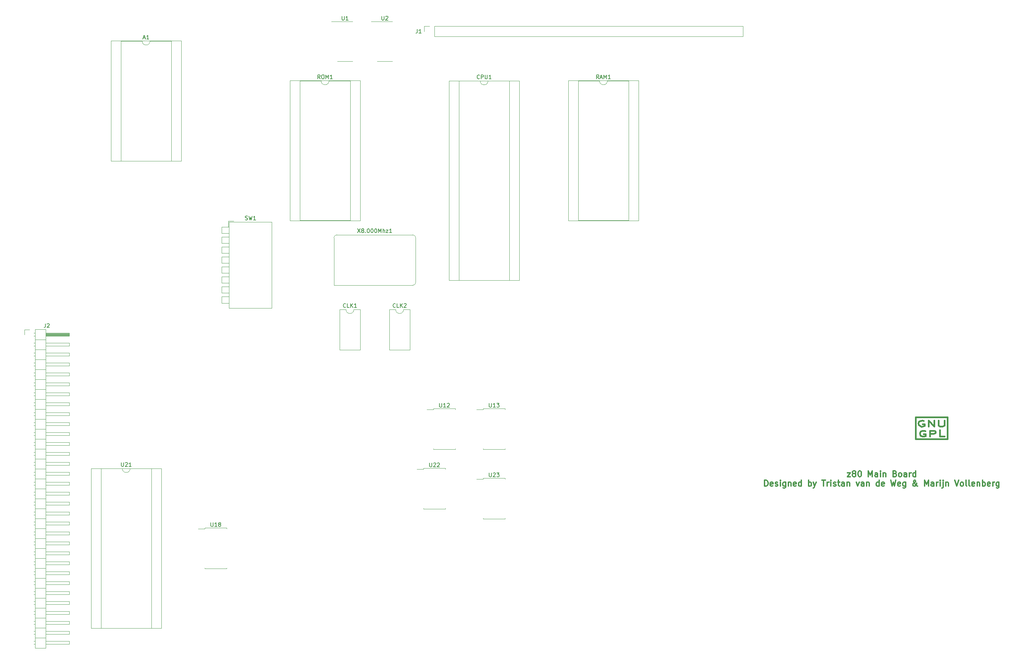
<source format=gbr>
%TF.GenerationSoftware,KiCad,Pcbnew,(6.0.2)*%
%TF.CreationDate,2022-02-20T21:17:01+01:00*%
%TF.ProjectId,z80,7a38302e-6b69-4636-9164-5f7063625858,rev?*%
%TF.SameCoordinates,Original*%
%TF.FileFunction,Legend,Top*%
%TF.FilePolarity,Positive*%
%FSLAX46Y46*%
G04 Gerber Fmt 4.6, Leading zero omitted, Abs format (unit mm)*
G04 Created by KiCad (PCBNEW (6.0.2)) date 2022-02-20 21:17:01*
%MOMM*%
%LPD*%
G01*
G04 APERTURE LIST*
%ADD10C,0.300000*%
%ADD11C,0.150000*%
%ADD12C,0.120000*%
%ADD13C,0.381000*%
G04 APERTURE END LIST*
D10*
X232514285Y-150871071D02*
X233300000Y-150871071D01*
X232514285Y-151871071D01*
X233300000Y-151871071D01*
X234085714Y-151013928D02*
X233942857Y-150942500D01*
X233871428Y-150871071D01*
X233800000Y-150728214D01*
X233800000Y-150656785D01*
X233871428Y-150513928D01*
X233942857Y-150442500D01*
X234085714Y-150371071D01*
X234371428Y-150371071D01*
X234514285Y-150442500D01*
X234585714Y-150513928D01*
X234657142Y-150656785D01*
X234657142Y-150728214D01*
X234585714Y-150871071D01*
X234514285Y-150942500D01*
X234371428Y-151013928D01*
X234085714Y-151013928D01*
X233942857Y-151085357D01*
X233871428Y-151156785D01*
X233800000Y-151299642D01*
X233800000Y-151585357D01*
X233871428Y-151728214D01*
X233942857Y-151799642D01*
X234085714Y-151871071D01*
X234371428Y-151871071D01*
X234514285Y-151799642D01*
X234585714Y-151728214D01*
X234657142Y-151585357D01*
X234657142Y-151299642D01*
X234585714Y-151156785D01*
X234514285Y-151085357D01*
X234371428Y-151013928D01*
X235585714Y-150371071D02*
X235728571Y-150371071D01*
X235871428Y-150442500D01*
X235942857Y-150513928D01*
X236014285Y-150656785D01*
X236085714Y-150942500D01*
X236085714Y-151299642D01*
X236014285Y-151585357D01*
X235942857Y-151728214D01*
X235871428Y-151799642D01*
X235728571Y-151871071D01*
X235585714Y-151871071D01*
X235442857Y-151799642D01*
X235371428Y-151728214D01*
X235300000Y-151585357D01*
X235228571Y-151299642D01*
X235228571Y-150942500D01*
X235300000Y-150656785D01*
X235371428Y-150513928D01*
X235442857Y-150442500D01*
X235585714Y-150371071D01*
X237871428Y-151871071D02*
X237871428Y-150371071D01*
X238371428Y-151442500D01*
X238871428Y-150371071D01*
X238871428Y-151871071D01*
X240228571Y-151871071D02*
X240228571Y-151085357D01*
X240157142Y-150942500D01*
X240014285Y-150871071D01*
X239728571Y-150871071D01*
X239585714Y-150942500D01*
X240228571Y-151799642D02*
X240085714Y-151871071D01*
X239728571Y-151871071D01*
X239585714Y-151799642D01*
X239514285Y-151656785D01*
X239514285Y-151513928D01*
X239585714Y-151371071D01*
X239728571Y-151299642D01*
X240085714Y-151299642D01*
X240228571Y-151228214D01*
X240942857Y-151871071D02*
X240942857Y-150871071D01*
X240942857Y-150371071D02*
X240871428Y-150442500D01*
X240942857Y-150513928D01*
X241014285Y-150442500D01*
X240942857Y-150371071D01*
X240942857Y-150513928D01*
X241657142Y-150871071D02*
X241657142Y-151871071D01*
X241657142Y-151013928D02*
X241728571Y-150942500D01*
X241871428Y-150871071D01*
X242085714Y-150871071D01*
X242228571Y-150942500D01*
X242300000Y-151085357D01*
X242300000Y-151871071D01*
X244657142Y-151085357D02*
X244871428Y-151156785D01*
X244942857Y-151228214D01*
X245014285Y-151371071D01*
X245014285Y-151585357D01*
X244942857Y-151728214D01*
X244871428Y-151799642D01*
X244728571Y-151871071D01*
X244157142Y-151871071D01*
X244157142Y-150371071D01*
X244657142Y-150371071D01*
X244800000Y-150442500D01*
X244871428Y-150513928D01*
X244942857Y-150656785D01*
X244942857Y-150799642D01*
X244871428Y-150942500D01*
X244800000Y-151013928D01*
X244657142Y-151085357D01*
X244157142Y-151085357D01*
X245871428Y-151871071D02*
X245728571Y-151799642D01*
X245657142Y-151728214D01*
X245585714Y-151585357D01*
X245585714Y-151156785D01*
X245657142Y-151013928D01*
X245728571Y-150942500D01*
X245871428Y-150871071D01*
X246085714Y-150871071D01*
X246228571Y-150942500D01*
X246300000Y-151013928D01*
X246371428Y-151156785D01*
X246371428Y-151585357D01*
X246300000Y-151728214D01*
X246228571Y-151799642D01*
X246085714Y-151871071D01*
X245871428Y-151871071D01*
X247657142Y-151871071D02*
X247657142Y-151085357D01*
X247585714Y-150942500D01*
X247442857Y-150871071D01*
X247157142Y-150871071D01*
X247014285Y-150942500D01*
X247657142Y-151799642D02*
X247514285Y-151871071D01*
X247157142Y-151871071D01*
X247014285Y-151799642D01*
X246942857Y-151656785D01*
X246942857Y-151513928D01*
X247014285Y-151371071D01*
X247157142Y-151299642D01*
X247514285Y-151299642D01*
X247657142Y-151228214D01*
X248371428Y-151871071D02*
X248371428Y-150871071D01*
X248371428Y-151156785D02*
X248442857Y-151013928D01*
X248514285Y-150942500D01*
X248657142Y-150871071D01*
X248800000Y-150871071D01*
X249942857Y-151871071D02*
X249942857Y-150371071D01*
X249942857Y-151799642D02*
X249800000Y-151871071D01*
X249514285Y-151871071D01*
X249371428Y-151799642D01*
X249300000Y-151728214D01*
X249228571Y-151585357D01*
X249228571Y-151156785D01*
X249300000Y-151013928D01*
X249371428Y-150942500D01*
X249514285Y-150871071D01*
X249800000Y-150871071D01*
X249942857Y-150942500D01*
X211371428Y-154286071D02*
X211371428Y-152786071D01*
X211728571Y-152786071D01*
X211942857Y-152857500D01*
X212085714Y-153000357D01*
X212157142Y-153143214D01*
X212228571Y-153428928D01*
X212228571Y-153643214D01*
X212157142Y-153928928D01*
X212085714Y-154071785D01*
X211942857Y-154214642D01*
X211728571Y-154286071D01*
X211371428Y-154286071D01*
X213442857Y-154214642D02*
X213300000Y-154286071D01*
X213014285Y-154286071D01*
X212871428Y-154214642D01*
X212800000Y-154071785D01*
X212800000Y-153500357D01*
X212871428Y-153357500D01*
X213014285Y-153286071D01*
X213300000Y-153286071D01*
X213442857Y-153357500D01*
X213514285Y-153500357D01*
X213514285Y-153643214D01*
X212800000Y-153786071D01*
X214085714Y-154214642D02*
X214228571Y-154286071D01*
X214514285Y-154286071D01*
X214657142Y-154214642D01*
X214728571Y-154071785D01*
X214728571Y-154000357D01*
X214657142Y-153857500D01*
X214514285Y-153786071D01*
X214300000Y-153786071D01*
X214157142Y-153714642D01*
X214085714Y-153571785D01*
X214085714Y-153500357D01*
X214157142Y-153357500D01*
X214300000Y-153286071D01*
X214514285Y-153286071D01*
X214657142Y-153357500D01*
X215371428Y-154286071D02*
X215371428Y-153286071D01*
X215371428Y-152786071D02*
X215300000Y-152857500D01*
X215371428Y-152928928D01*
X215442857Y-152857500D01*
X215371428Y-152786071D01*
X215371428Y-152928928D01*
X216728571Y-153286071D02*
X216728571Y-154500357D01*
X216657142Y-154643214D01*
X216585714Y-154714642D01*
X216442857Y-154786071D01*
X216228571Y-154786071D01*
X216085714Y-154714642D01*
X216728571Y-154214642D02*
X216585714Y-154286071D01*
X216300000Y-154286071D01*
X216157142Y-154214642D01*
X216085714Y-154143214D01*
X216014285Y-154000357D01*
X216014285Y-153571785D01*
X216085714Y-153428928D01*
X216157142Y-153357500D01*
X216300000Y-153286071D01*
X216585714Y-153286071D01*
X216728571Y-153357500D01*
X217442857Y-153286071D02*
X217442857Y-154286071D01*
X217442857Y-153428928D02*
X217514285Y-153357500D01*
X217657142Y-153286071D01*
X217871428Y-153286071D01*
X218014285Y-153357500D01*
X218085714Y-153500357D01*
X218085714Y-154286071D01*
X219371428Y-154214642D02*
X219228571Y-154286071D01*
X218942857Y-154286071D01*
X218800000Y-154214642D01*
X218728571Y-154071785D01*
X218728571Y-153500357D01*
X218800000Y-153357500D01*
X218942857Y-153286071D01*
X219228571Y-153286071D01*
X219371428Y-153357500D01*
X219442857Y-153500357D01*
X219442857Y-153643214D01*
X218728571Y-153786071D01*
X220728571Y-154286071D02*
X220728571Y-152786071D01*
X220728571Y-154214642D02*
X220585714Y-154286071D01*
X220300000Y-154286071D01*
X220157142Y-154214642D01*
X220085714Y-154143214D01*
X220014285Y-154000357D01*
X220014285Y-153571785D01*
X220085714Y-153428928D01*
X220157142Y-153357500D01*
X220300000Y-153286071D01*
X220585714Y-153286071D01*
X220728571Y-153357500D01*
X222585714Y-154286071D02*
X222585714Y-152786071D01*
X222585714Y-153357500D02*
X222728571Y-153286071D01*
X223014285Y-153286071D01*
X223157142Y-153357500D01*
X223228571Y-153428928D01*
X223300000Y-153571785D01*
X223300000Y-154000357D01*
X223228571Y-154143214D01*
X223157142Y-154214642D01*
X223014285Y-154286071D01*
X222728571Y-154286071D01*
X222585714Y-154214642D01*
X223800000Y-153286071D02*
X224157142Y-154286071D01*
X224514285Y-153286071D02*
X224157142Y-154286071D01*
X224014285Y-154643214D01*
X223942857Y-154714642D01*
X223800000Y-154786071D01*
X226014285Y-152786071D02*
X226871428Y-152786071D01*
X226442857Y-154286071D02*
X226442857Y-152786071D01*
X227371428Y-154286071D02*
X227371428Y-153286071D01*
X227371428Y-153571785D02*
X227442857Y-153428928D01*
X227514285Y-153357500D01*
X227657142Y-153286071D01*
X227800000Y-153286071D01*
X228300000Y-154286071D02*
X228300000Y-153286071D01*
X228300000Y-152786071D02*
X228228571Y-152857500D01*
X228300000Y-152928928D01*
X228371428Y-152857500D01*
X228300000Y-152786071D01*
X228300000Y-152928928D01*
X228942857Y-154214642D02*
X229085714Y-154286071D01*
X229371428Y-154286071D01*
X229514285Y-154214642D01*
X229585714Y-154071785D01*
X229585714Y-154000357D01*
X229514285Y-153857500D01*
X229371428Y-153786071D01*
X229157142Y-153786071D01*
X229014285Y-153714642D01*
X228942857Y-153571785D01*
X228942857Y-153500357D01*
X229014285Y-153357500D01*
X229157142Y-153286071D01*
X229371428Y-153286071D01*
X229514285Y-153357500D01*
X230014285Y-153286071D02*
X230585714Y-153286071D01*
X230228571Y-152786071D02*
X230228571Y-154071785D01*
X230300000Y-154214642D01*
X230442857Y-154286071D01*
X230585714Y-154286071D01*
X231728571Y-154286071D02*
X231728571Y-153500357D01*
X231657142Y-153357500D01*
X231514285Y-153286071D01*
X231228571Y-153286071D01*
X231085714Y-153357500D01*
X231728571Y-154214642D02*
X231585714Y-154286071D01*
X231228571Y-154286071D01*
X231085714Y-154214642D01*
X231014285Y-154071785D01*
X231014285Y-153928928D01*
X231085714Y-153786071D01*
X231228571Y-153714642D01*
X231585714Y-153714642D01*
X231728571Y-153643214D01*
X232442857Y-153286071D02*
X232442857Y-154286071D01*
X232442857Y-153428928D02*
X232514285Y-153357500D01*
X232657142Y-153286071D01*
X232871428Y-153286071D01*
X233014285Y-153357500D01*
X233085714Y-153500357D01*
X233085714Y-154286071D01*
X234800000Y-153286071D02*
X235157142Y-154286071D01*
X235514285Y-153286071D01*
X236728571Y-154286071D02*
X236728571Y-153500357D01*
X236657142Y-153357500D01*
X236514285Y-153286071D01*
X236228571Y-153286071D01*
X236085714Y-153357500D01*
X236728571Y-154214642D02*
X236585714Y-154286071D01*
X236228571Y-154286071D01*
X236085714Y-154214642D01*
X236014285Y-154071785D01*
X236014285Y-153928928D01*
X236085714Y-153786071D01*
X236228571Y-153714642D01*
X236585714Y-153714642D01*
X236728571Y-153643214D01*
X237442857Y-153286071D02*
X237442857Y-154286071D01*
X237442857Y-153428928D02*
X237514285Y-153357500D01*
X237657142Y-153286071D01*
X237871428Y-153286071D01*
X238014285Y-153357500D01*
X238085714Y-153500357D01*
X238085714Y-154286071D01*
X240585714Y-154286071D02*
X240585714Y-152786071D01*
X240585714Y-154214642D02*
X240442857Y-154286071D01*
X240157142Y-154286071D01*
X240014285Y-154214642D01*
X239942857Y-154143214D01*
X239871428Y-154000357D01*
X239871428Y-153571785D01*
X239942857Y-153428928D01*
X240014285Y-153357500D01*
X240157142Y-153286071D01*
X240442857Y-153286071D01*
X240585714Y-153357500D01*
X241871428Y-154214642D02*
X241728571Y-154286071D01*
X241442857Y-154286071D01*
X241300000Y-154214642D01*
X241228571Y-154071785D01*
X241228571Y-153500357D01*
X241300000Y-153357500D01*
X241442857Y-153286071D01*
X241728571Y-153286071D01*
X241871428Y-153357500D01*
X241942857Y-153500357D01*
X241942857Y-153643214D01*
X241228571Y-153786071D01*
X243585714Y-152786071D02*
X243942857Y-154286071D01*
X244228571Y-153214642D01*
X244514285Y-154286071D01*
X244871428Y-152786071D01*
X246014285Y-154214642D02*
X245871428Y-154286071D01*
X245585714Y-154286071D01*
X245442857Y-154214642D01*
X245371428Y-154071785D01*
X245371428Y-153500357D01*
X245442857Y-153357500D01*
X245585714Y-153286071D01*
X245871428Y-153286071D01*
X246014285Y-153357500D01*
X246085714Y-153500357D01*
X246085714Y-153643214D01*
X245371428Y-153786071D01*
X247371428Y-153286071D02*
X247371428Y-154500357D01*
X247300000Y-154643214D01*
X247228571Y-154714642D01*
X247085714Y-154786071D01*
X246871428Y-154786071D01*
X246728571Y-154714642D01*
X247371428Y-154214642D02*
X247228571Y-154286071D01*
X246942857Y-154286071D01*
X246800000Y-154214642D01*
X246728571Y-154143214D01*
X246657142Y-154000357D01*
X246657142Y-153571785D01*
X246728571Y-153428928D01*
X246800000Y-153357500D01*
X246942857Y-153286071D01*
X247228571Y-153286071D01*
X247371428Y-153357500D01*
X250442857Y-154286071D02*
X250371428Y-154286071D01*
X250228571Y-154214642D01*
X250014285Y-154000357D01*
X249657142Y-153571785D01*
X249514285Y-153357500D01*
X249442857Y-153143214D01*
X249442857Y-153000357D01*
X249514285Y-152857500D01*
X249657142Y-152786071D01*
X249728571Y-152786071D01*
X249871428Y-152857500D01*
X249942857Y-153000357D01*
X249942857Y-153071785D01*
X249871428Y-153214642D01*
X249800000Y-153286071D01*
X249371428Y-153571785D01*
X249300000Y-153643214D01*
X249228571Y-153786071D01*
X249228571Y-154000357D01*
X249300000Y-154143214D01*
X249371428Y-154214642D01*
X249514285Y-154286071D01*
X249728571Y-154286071D01*
X249871428Y-154214642D01*
X249942857Y-154143214D01*
X250157142Y-153857500D01*
X250228571Y-153643214D01*
X250228571Y-153500357D01*
X252228571Y-154286071D02*
X252228571Y-152786071D01*
X252728571Y-153857500D01*
X253228571Y-152786071D01*
X253228571Y-154286071D01*
X254585714Y-154286071D02*
X254585714Y-153500357D01*
X254514285Y-153357500D01*
X254371428Y-153286071D01*
X254085714Y-153286071D01*
X253942857Y-153357500D01*
X254585714Y-154214642D02*
X254442857Y-154286071D01*
X254085714Y-154286071D01*
X253942857Y-154214642D01*
X253871428Y-154071785D01*
X253871428Y-153928928D01*
X253942857Y-153786071D01*
X254085714Y-153714642D01*
X254442857Y-153714642D01*
X254585714Y-153643214D01*
X255300000Y-154286071D02*
X255300000Y-153286071D01*
X255300000Y-153571785D02*
X255371428Y-153428928D01*
X255442857Y-153357500D01*
X255585714Y-153286071D01*
X255728571Y-153286071D01*
X256228571Y-154286071D02*
X256228571Y-153286071D01*
X256228571Y-152786071D02*
X256157142Y-152857500D01*
X256228571Y-152928928D01*
X256300000Y-152857500D01*
X256228571Y-152786071D01*
X256228571Y-152928928D01*
X256942857Y-153286071D02*
X256942857Y-154571785D01*
X256871428Y-154714642D01*
X256728571Y-154786071D01*
X256657142Y-154786071D01*
X256942857Y-152786071D02*
X256871428Y-152857500D01*
X256942857Y-152928928D01*
X257014285Y-152857500D01*
X256942857Y-152786071D01*
X256942857Y-152928928D01*
X257657142Y-153286071D02*
X257657142Y-154286071D01*
X257657142Y-153428928D02*
X257728571Y-153357500D01*
X257871428Y-153286071D01*
X258085714Y-153286071D01*
X258228571Y-153357500D01*
X258300000Y-153500357D01*
X258300000Y-154286071D01*
X259942857Y-152786071D02*
X260442857Y-154286071D01*
X260942857Y-152786071D01*
X261657142Y-154286071D02*
X261514285Y-154214642D01*
X261442857Y-154143214D01*
X261371428Y-154000357D01*
X261371428Y-153571785D01*
X261442857Y-153428928D01*
X261514285Y-153357500D01*
X261657142Y-153286071D01*
X261871428Y-153286071D01*
X262014285Y-153357500D01*
X262085714Y-153428928D01*
X262157142Y-153571785D01*
X262157142Y-154000357D01*
X262085714Y-154143214D01*
X262014285Y-154214642D01*
X261871428Y-154286071D01*
X261657142Y-154286071D01*
X263014285Y-154286071D02*
X262871428Y-154214642D01*
X262800000Y-154071785D01*
X262800000Y-152786071D01*
X263800000Y-154286071D02*
X263657142Y-154214642D01*
X263585714Y-154071785D01*
X263585714Y-152786071D01*
X264942857Y-154214642D02*
X264800000Y-154286071D01*
X264514285Y-154286071D01*
X264371428Y-154214642D01*
X264300000Y-154071785D01*
X264300000Y-153500357D01*
X264371428Y-153357500D01*
X264514285Y-153286071D01*
X264800000Y-153286071D01*
X264942857Y-153357500D01*
X265014285Y-153500357D01*
X265014285Y-153643214D01*
X264300000Y-153786071D01*
X265657142Y-153286071D02*
X265657142Y-154286071D01*
X265657142Y-153428928D02*
X265728571Y-153357500D01*
X265871428Y-153286071D01*
X266085714Y-153286071D01*
X266228571Y-153357500D01*
X266300000Y-153500357D01*
X266300000Y-154286071D01*
X267014285Y-154286071D02*
X267014285Y-152786071D01*
X267014285Y-153357500D02*
X267157142Y-153286071D01*
X267442857Y-153286071D01*
X267585714Y-153357500D01*
X267657142Y-153428928D01*
X267728571Y-153571785D01*
X267728571Y-154000357D01*
X267657142Y-154143214D01*
X267585714Y-154214642D01*
X267442857Y-154286071D01*
X267157142Y-154286071D01*
X267014285Y-154214642D01*
X268942857Y-154214642D02*
X268800000Y-154286071D01*
X268514285Y-154286071D01*
X268371428Y-154214642D01*
X268300000Y-154071785D01*
X268300000Y-153500357D01*
X268371428Y-153357500D01*
X268514285Y-153286071D01*
X268800000Y-153286071D01*
X268942857Y-153357500D01*
X269014285Y-153500357D01*
X269014285Y-153643214D01*
X268300000Y-153786071D01*
X269657142Y-154286071D02*
X269657142Y-153286071D01*
X269657142Y-153571785D02*
X269728571Y-153428928D01*
X269800000Y-153357500D01*
X269942857Y-153286071D01*
X270085714Y-153286071D01*
X271228571Y-153286071D02*
X271228571Y-154500357D01*
X271157142Y-154643214D01*
X271085714Y-154714642D01*
X270942857Y-154786071D01*
X270728571Y-154786071D01*
X270585714Y-154714642D01*
X271228571Y-154214642D02*
X271085714Y-154286071D01*
X270800000Y-154286071D01*
X270657142Y-154214642D01*
X270585714Y-154143214D01*
X270514285Y-154000357D01*
X270514285Y-153571785D01*
X270585714Y-153428928D01*
X270657142Y-153357500D01*
X270800000Y-153286071D01*
X271085714Y-153286071D01*
X271228571Y-153357500D01*
D11*
%TO.C,A1*%
X52620714Y-39741666D02*
X53096904Y-39741666D01*
X52525476Y-40027380D02*
X52858809Y-39027380D01*
X53192142Y-40027380D01*
X54049285Y-40027380D02*
X53477857Y-40027380D01*
X53763571Y-40027380D02*
X53763571Y-39027380D01*
X53668333Y-39170238D01*
X53573095Y-39265476D01*
X53477857Y-39313095D01*
%TO.C,SW1*%
X78676666Y-86194761D02*
X78819523Y-86242380D01*
X79057619Y-86242380D01*
X79152857Y-86194761D01*
X79200476Y-86147142D01*
X79248095Y-86051904D01*
X79248095Y-85956666D01*
X79200476Y-85861428D01*
X79152857Y-85813809D01*
X79057619Y-85766190D01*
X78867142Y-85718571D01*
X78771904Y-85670952D01*
X78724285Y-85623333D01*
X78676666Y-85528095D01*
X78676666Y-85432857D01*
X78724285Y-85337619D01*
X78771904Y-85290000D01*
X78867142Y-85242380D01*
X79105238Y-85242380D01*
X79248095Y-85290000D01*
X79581428Y-85242380D02*
X79819523Y-86242380D01*
X80010000Y-85528095D01*
X80200476Y-86242380D01*
X80438571Y-85242380D01*
X81343333Y-86242380D02*
X80771904Y-86242380D01*
X81057619Y-86242380D02*
X81057619Y-85242380D01*
X80962380Y-85385238D01*
X80867142Y-85480476D01*
X80771904Y-85528095D01*
%TO.C,U22*%
X125761904Y-148342380D02*
X125761904Y-149151904D01*
X125809523Y-149247142D01*
X125857142Y-149294761D01*
X125952380Y-149342380D01*
X126142857Y-149342380D01*
X126238095Y-149294761D01*
X126285714Y-149247142D01*
X126333333Y-149151904D01*
X126333333Y-148342380D01*
X126761904Y-148437619D02*
X126809523Y-148390000D01*
X126904761Y-148342380D01*
X127142857Y-148342380D01*
X127238095Y-148390000D01*
X127285714Y-148437619D01*
X127333333Y-148532857D01*
X127333333Y-148628095D01*
X127285714Y-148770952D01*
X126714285Y-149342380D01*
X127333333Y-149342380D01*
X127714285Y-148437619D02*
X127761904Y-148390000D01*
X127857142Y-148342380D01*
X128095238Y-148342380D01*
X128190476Y-148390000D01*
X128238095Y-148437619D01*
X128285714Y-148532857D01*
X128285714Y-148628095D01*
X128238095Y-148770952D01*
X127666666Y-149342380D01*
X128285714Y-149342380D01*
%TO.C,CLK1*%
X104338571Y-108527142D02*
X104290952Y-108574761D01*
X104148095Y-108622380D01*
X104052857Y-108622380D01*
X103910000Y-108574761D01*
X103814761Y-108479523D01*
X103767142Y-108384285D01*
X103719523Y-108193809D01*
X103719523Y-108050952D01*
X103767142Y-107860476D01*
X103814761Y-107765238D01*
X103910000Y-107670000D01*
X104052857Y-107622380D01*
X104148095Y-107622380D01*
X104290952Y-107670000D01*
X104338571Y-107717619D01*
X105243333Y-108622380D02*
X104767142Y-108622380D01*
X104767142Y-107622380D01*
X105576666Y-108622380D02*
X105576666Y-107622380D01*
X106148095Y-108622380D02*
X105719523Y-108050952D01*
X106148095Y-107622380D02*
X105576666Y-108193809D01*
X107100476Y-108622380D02*
X106529047Y-108622380D01*
X106814761Y-108622380D02*
X106814761Y-107622380D01*
X106719523Y-107765238D01*
X106624285Y-107860476D01*
X106529047Y-107908095D01*
%TO.C,CPU1*%
X138504523Y-50102142D02*
X138456904Y-50149761D01*
X138314047Y-50197380D01*
X138218809Y-50197380D01*
X138075952Y-50149761D01*
X137980714Y-50054523D01*
X137933095Y-49959285D01*
X137885476Y-49768809D01*
X137885476Y-49625952D01*
X137933095Y-49435476D01*
X137980714Y-49340238D01*
X138075952Y-49245000D01*
X138218809Y-49197380D01*
X138314047Y-49197380D01*
X138456904Y-49245000D01*
X138504523Y-49292619D01*
X138933095Y-50197380D02*
X138933095Y-49197380D01*
X139314047Y-49197380D01*
X139409285Y-49245000D01*
X139456904Y-49292619D01*
X139504523Y-49387857D01*
X139504523Y-49530714D01*
X139456904Y-49625952D01*
X139409285Y-49673571D01*
X139314047Y-49721190D01*
X138933095Y-49721190D01*
X139933095Y-49197380D02*
X139933095Y-50006904D01*
X139980714Y-50102142D01*
X140028333Y-50149761D01*
X140123571Y-50197380D01*
X140314047Y-50197380D01*
X140409285Y-50149761D01*
X140456904Y-50102142D01*
X140504523Y-50006904D01*
X140504523Y-49197380D01*
X141504523Y-50197380D02*
X140933095Y-50197380D01*
X141218809Y-50197380D02*
X141218809Y-49197380D01*
X141123571Y-49340238D01*
X141028333Y-49435476D01*
X140933095Y-49483095D01*
%TO.C,U12*%
X128301904Y-133102380D02*
X128301904Y-133911904D01*
X128349523Y-134007142D01*
X128397142Y-134054761D01*
X128492380Y-134102380D01*
X128682857Y-134102380D01*
X128778095Y-134054761D01*
X128825714Y-134007142D01*
X128873333Y-133911904D01*
X128873333Y-133102380D01*
X129873333Y-134102380D02*
X129301904Y-134102380D01*
X129587619Y-134102380D02*
X129587619Y-133102380D01*
X129492380Y-133245238D01*
X129397142Y-133340476D01*
X129301904Y-133388095D01*
X130254285Y-133197619D02*
X130301904Y-133150000D01*
X130397142Y-133102380D01*
X130635238Y-133102380D01*
X130730476Y-133150000D01*
X130778095Y-133197619D01*
X130825714Y-133292857D01*
X130825714Y-133388095D01*
X130778095Y-133530952D01*
X130206666Y-134102380D01*
X130825714Y-134102380D01*
%TO.C,U13*%
X141001904Y-133102380D02*
X141001904Y-133911904D01*
X141049523Y-134007142D01*
X141097142Y-134054761D01*
X141192380Y-134102380D01*
X141382857Y-134102380D01*
X141478095Y-134054761D01*
X141525714Y-134007142D01*
X141573333Y-133911904D01*
X141573333Y-133102380D01*
X142573333Y-134102380D02*
X142001904Y-134102380D01*
X142287619Y-134102380D02*
X142287619Y-133102380D01*
X142192380Y-133245238D01*
X142097142Y-133340476D01*
X142001904Y-133388095D01*
X142906666Y-133102380D02*
X143525714Y-133102380D01*
X143192380Y-133483333D01*
X143335238Y-133483333D01*
X143430476Y-133530952D01*
X143478095Y-133578571D01*
X143525714Y-133673809D01*
X143525714Y-133911904D01*
X143478095Y-134007142D01*
X143430476Y-134054761D01*
X143335238Y-134102380D01*
X143049523Y-134102380D01*
X142954285Y-134054761D01*
X142906666Y-134007142D01*
%TO.C,CLK2*%
X117038571Y-108527142D02*
X116990952Y-108574761D01*
X116848095Y-108622380D01*
X116752857Y-108622380D01*
X116610000Y-108574761D01*
X116514761Y-108479523D01*
X116467142Y-108384285D01*
X116419523Y-108193809D01*
X116419523Y-108050952D01*
X116467142Y-107860476D01*
X116514761Y-107765238D01*
X116610000Y-107670000D01*
X116752857Y-107622380D01*
X116848095Y-107622380D01*
X116990952Y-107670000D01*
X117038571Y-107717619D01*
X117943333Y-108622380D02*
X117467142Y-108622380D01*
X117467142Y-107622380D01*
X118276666Y-108622380D02*
X118276666Y-107622380D01*
X118848095Y-108622380D02*
X118419523Y-108050952D01*
X118848095Y-107622380D02*
X118276666Y-108193809D01*
X119229047Y-107717619D02*
X119276666Y-107670000D01*
X119371904Y-107622380D01*
X119610000Y-107622380D01*
X119705238Y-107670000D01*
X119752857Y-107717619D01*
X119800476Y-107812857D01*
X119800476Y-107908095D01*
X119752857Y-108050952D01*
X119181428Y-108622380D01*
X119800476Y-108622380D01*
%TO.C,RAM1*%
X169008333Y-50177380D02*
X168675000Y-49701190D01*
X168436904Y-50177380D02*
X168436904Y-49177380D01*
X168817857Y-49177380D01*
X168913095Y-49225000D01*
X168960714Y-49272619D01*
X169008333Y-49367857D01*
X169008333Y-49510714D01*
X168960714Y-49605952D01*
X168913095Y-49653571D01*
X168817857Y-49701190D01*
X168436904Y-49701190D01*
X169389285Y-49891666D02*
X169865476Y-49891666D01*
X169294047Y-50177380D02*
X169627380Y-49177380D01*
X169960714Y-50177380D01*
X170294047Y-50177380D02*
X170294047Y-49177380D01*
X170627380Y-49891666D01*
X170960714Y-49177380D01*
X170960714Y-50177380D01*
X171960714Y-50177380D02*
X171389285Y-50177380D01*
X171675000Y-50177380D02*
X171675000Y-49177380D01*
X171579761Y-49320238D01*
X171484523Y-49415476D01*
X171389285Y-49463095D01*
%TO.C,U23*%
X141001904Y-150882380D02*
X141001904Y-151691904D01*
X141049523Y-151787142D01*
X141097142Y-151834761D01*
X141192380Y-151882380D01*
X141382857Y-151882380D01*
X141478095Y-151834761D01*
X141525714Y-151787142D01*
X141573333Y-151691904D01*
X141573333Y-150882380D01*
X142001904Y-150977619D02*
X142049523Y-150930000D01*
X142144761Y-150882380D01*
X142382857Y-150882380D01*
X142478095Y-150930000D01*
X142525714Y-150977619D01*
X142573333Y-151072857D01*
X142573333Y-151168095D01*
X142525714Y-151310952D01*
X141954285Y-151882380D01*
X142573333Y-151882380D01*
X142906666Y-150882380D02*
X143525714Y-150882380D01*
X143192380Y-151263333D01*
X143335238Y-151263333D01*
X143430476Y-151310952D01*
X143478095Y-151358571D01*
X143525714Y-151453809D01*
X143525714Y-151691904D01*
X143478095Y-151787142D01*
X143430476Y-151834761D01*
X143335238Y-151882380D01*
X143049523Y-151882380D01*
X142954285Y-151834761D01*
X142906666Y-151787142D01*
%TO.C,ROM1*%
X97793095Y-50177380D02*
X97459761Y-49701190D01*
X97221666Y-50177380D02*
X97221666Y-49177380D01*
X97602619Y-49177380D01*
X97697857Y-49225000D01*
X97745476Y-49272619D01*
X97793095Y-49367857D01*
X97793095Y-49510714D01*
X97745476Y-49605952D01*
X97697857Y-49653571D01*
X97602619Y-49701190D01*
X97221666Y-49701190D01*
X98412142Y-49177380D02*
X98602619Y-49177380D01*
X98697857Y-49225000D01*
X98793095Y-49320238D01*
X98840714Y-49510714D01*
X98840714Y-49844047D01*
X98793095Y-50034523D01*
X98697857Y-50129761D01*
X98602619Y-50177380D01*
X98412142Y-50177380D01*
X98316904Y-50129761D01*
X98221666Y-50034523D01*
X98174047Y-49844047D01*
X98174047Y-49510714D01*
X98221666Y-49320238D01*
X98316904Y-49225000D01*
X98412142Y-49177380D01*
X99269285Y-50177380D02*
X99269285Y-49177380D01*
X99602619Y-49891666D01*
X99935952Y-49177380D01*
X99935952Y-50177380D01*
X100935952Y-50177380D02*
X100364523Y-50177380D01*
X100650238Y-50177380D02*
X100650238Y-49177380D01*
X100555000Y-49320238D01*
X100459761Y-49415476D01*
X100364523Y-49463095D01*
%TO.C,J1*%
X122621666Y-37527380D02*
X122621666Y-38241666D01*
X122574047Y-38384523D01*
X122478809Y-38479761D01*
X122335952Y-38527380D01*
X122240714Y-38527380D01*
X123621666Y-38527380D02*
X123050238Y-38527380D01*
X123335952Y-38527380D02*
X123335952Y-37527380D01*
X123240714Y-37670238D01*
X123145476Y-37765476D01*
X123050238Y-37813095D01*
%TO.C,U18*%
X69881904Y-163582380D02*
X69881904Y-164391904D01*
X69929523Y-164487142D01*
X69977142Y-164534761D01*
X70072380Y-164582380D01*
X70262857Y-164582380D01*
X70358095Y-164534761D01*
X70405714Y-164487142D01*
X70453333Y-164391904D01*
X70453333Y-163582380D01*
X71453333Y-164582380D02*
X70881904Y-164582380D01*
X71167619Y-164582380D02*
X71167619Y-163582380D01*
X71072380Y-163725238D01*
X70977142Y-163820476D01*
X70881904Y-163868095D01*
X72024761Y-164010952D02*
X71929523Y-163963333D01*
X71881904Y-163915714D01*
X71834285Y-163820476D01*
X71834285Y-163772857D01*
X71881904Y-163677619D01*
X71929523Y-163630000D01*
X72024761Y-163582380D01*
X72215238Y-163582380D01*
X72310476Y-163630000D01*
X72358095Y-163677619D01*
X72405714Y-163772857D01*
X72405714Y-163820476D01*
X72358095Y-163915714D01*
X72310476Y-163963333D01*
X72215238Y-164010952D01*
X72024761Y-164010952D01*
X71929523Y-164058571D01*
X71881904Y-164106190D01*
X71834285Y-164201428D01*
X71834285Y-164391904D01*
X71881904Y-164487142D01*
X71929523Y-164534761D01*
X72024761Y-164582380D01*
X72215238Y-164582380D01*
X72310476Y-164534761D01*
X72358095Y-164487142D01*
X72405714Y-164391904D01*
X72405714Y-164201428D01*
X72358095Y-164106190D01*
X72310476Y-164058571D01*
X72215238Y-164010952D01*
%TO.C,U2*%
X113538095Y-34192380D02*
X113538095Y-35001904D01*
X113585714Y-35097142D01*
X113633333Y-35144761D01*
X113728571Y-35192380D01*
X113919047Y-35192380D01*
X114014285Y-35144761D01*
X114061904Y-35097142D01*
X114109523Y-35001904D01*
X114109523Y-34192380D01*
X114538095Y-34287619D02*
X114585714Y-34240000D01*
X114680952Y-34192380D01*
X114919047Y-34192380D01*
X115014285Y-34240000D01*
X115061904Y-34287619D01*
X115109523Y-34382857D01*
X115109523Y-34478095D01*
X115061904Y-34620952D01*
X114490476Y-35192380D01*
X115109523Y-35192380D01*
%TO.C,X8.000Mhz1*%
X107379047Y-88522380D02*
X108045714Y-89522380D01*
X108045714Y-88522380D02*
X107379047Y-89522380D01*
X108569523Y-88950952D02*
X108474285Y-88903333D01*
X108426666Y-88855714D01*
X108379047Y-88760476D01*
X108379047Y-88712857D01*
X108426666Y-88617619D01*
X108474285Y-88570000D01*
X108569523Y-88522380D01*
X108760000Y-88522380D01*
X108855238Y-88570000D01*
X108902857Y-88617619D01*
X108950476Y-88712857D01*
X108950476Y-88760476D01*
X108902857Y-88855714D01*
X108855238Y-88903333D01*
X108760000Y-88950952D01*
X108569523Y-88950952D01*
X108474285Y-88998571D01*
X108426666Y-89046190D01*
X108379047Y-89141428D01*
X108379047Y-89331904D01*
X108426666Y-89427142D01*
X108474285Y-89474761D01*
X108569523Y-89522380D01*
X108760000Y-89522380D01*
X108855238Y-89474761D01*
X108902857Y-89427142D01*
X108950476Y-89331904D01*
X108950476Y-89141428D01*
X108902857Y-89046190D01*
X108855238Y-88998571D01*
X108760000Y-88950952D01*
X109379047Y-89427142D02*
X109426666Y-89474761D01*
X109379047Y-89522380D01*
X109331428Y-89474761D01*
X109379047Y-89427142D01*
X109379047Y-89522380D01*
X110045714Y-88522380D02*
X110140952Y-88522380D01*
X110236190Y-88570000D01*
X110283809Y-88617619D01*
X110331428Y-88712857D01*
X110379047Y-88903333D01*
X110379047Y-89141428D01*
X110331428Y-89331904D01*
X110283809Y-89427142D01*
X110236190Y-89474761D01*
X110140952Y-89522380D01*
X110045714Y-89522380D01*
X109950476Y-89474761D01*
X109902857Y-89427142D01*
X109855238Y-89331904D01*
X109807619Y-89141428D01*
X109807619Y-88903333D01*
X109855238Y-88712857D01*
X109902857Y-88617619D01*
X109950476Y-88570000D01*
X110045714Y-88522380D01*
X110998095Y-88522380D02*
X111093333Y-88522380D01*
X111188571Y-88570000D01*
X111236190Y-88617619D01*
X111283809Y-88712857D01*
X111331428Y-88903333D01*
X111331428Y-89141428D01*
X111283809Y-89331904D01*
X111236190Y-89427142D01*
X111188571Y-89474761D01*
X111093333Y-89522380D01*
X110998095Y-89522380D01*
X110902857Y-89474761D01*
X110855238Y-89427142D01*
X110807619Y-89331904D01*
X110760000Y-89141428D01*
X110760000Y-88903333D01*
X110807619Y-88712857D01*
X110855238Y-88617619D01*
X110902857Y-88570000D01*
X110998095Y-88522380D01*
X111950476Y-88522380D02*
X112045714Y-88522380D01*
X112140952Y-88570000D01*
X112188571Y-88617619D01*
X112236190Y-88712857D01*
X112283809Y-88903333D01*
X112283809Y-89141428D01*
X112236190Y-89331904D01*
X112188571Y-89427142D01*
X112140952Y-89474761D01*
X112045714Y-89522380D01*
X111950476Y-89522380D01*
X111855238Y-89474761D01*
X111807619Y-89427142D01*
X111760000Y-89331904D01*
X111712380Y-89141428D01*
X111712380Y-88903333D01*
X111760000Y-88712857D01*
X111807619Y-88617619D01*
X111855238Y-88570000D01*
X111950476Y-88522380D01*
X112712380Y-89522380D02*
X112712380Y-88522380D01*
X113045714Y-89236666D01*
X113379047Y-88522380D01*
X113379047Y-89522380D01*
X113855238Y-89522380D02*
X113855238Y-88522380D01*
X114283809Y-89522380D02*
X114283809Y-88998571D01*
X114236190Y-88903333D01*
X114140952Y-88855714D01*
X113998095Y-88855714D01*
X113902857Y-88903333D01*
X113855238Y-88950952D01*
X114664761Y-88855714D02*
X115188571Y-88855714D01*
X114664761Y-89522380D01*
X115188571Y-89522380D01*
X116093333Y-89522380D02*
X115521904Y-89522380D01*
X115807619Y-89522380D02*
X115807619Y-88522380D01*
X115712380Y-88665238D01*
X115617142Y-88760476D01*
X115521904Y-88808095D01*
%TO.C,J2*%
X27616666Y-112747380D02*
X27616666Y-113461666D01*
X27569047Y-113604523D01*
X27473809Y-113699761D01*
X27330952Y-113747380D01*
X27235714Y-113747380D01*
X28045238Y-112842619D02*
X28092857Y-112795000D01*
X28188095Y-112747380D01*
X28426190Y-112747380D01*
X28521428Y-112795000D01*
X28569047Y-112842619D01*
X28616666Y-112937857D01*
X28616666Y-113033095D01*
X28569047Y-113175952D01*
X27997619Y-113747380D01*
X28616666Y-113747380D01*
%TO.C,U1*%
X103378095Y-34192380D02*
X103378095Y-35001904D01*
X103425714Y-35097142D01*
X103473333Y-35144761D01*
X103568571Y-35192380D01*
X103759047Y-35192380D01*
X103854285Y-35144761D01*
X103901904Y-35097142D01*
X103949523Y-35001904D01*
X103949523Y-34192380D01*
X104949523Y-35192380D02*
X104378095Y-35192380D01*
X104663809Y-35192380D02*
X104663809Y-34192380D01*
X104568571Y-34335238D01*
X104473333Y-34430476D01*
X104378095Y-34478095D01*
%TO.C,U21*%
X47016904Y-148252380D02*
X47016904Y-149061904D01*
X47064523Y-149157142D01*
X47112142Y-149204761D01*
X47207380Y-149252380D01*
X47397857Y-149252380D01*
X47493095Y-149204761D01*
X47540714Y-149157142D01*
X47588333Y-149061904D01*
X47588333Y-148252380D01*
X48016904Y-148347619D02*
X48064523Y-148300000D01*
X48159761Y-148252380D01*
X48397857Y-148252380D01*
X48493095Y-148300000D01*
X48540714Y-148347619D01*
X48588333Y-148442857D01*
X48588333Y-148538095D01*
X48540714Y-148680952D01*
X47969285Y-149252380D01*
X48588333Y-149252380D01*
X49540714Y-149252380D02*
X48969285Y-149252380D01*
X49255000Y-149252380D02*
X49255000Y-148252380D01*
X49159761Y-148395238D01*
X49064523Y-148490476D01*
X48969285Y-148538095D01*
D12*
%TO.C,A1*%
X46875000Y-40575000D02*
X46875000Y-71175000D01*
X62285000Y-71235000D02*
X62285000Y-40515000D01*
X44385000Y-40515000D02*
X44385000Y-71235000D01*
X59795000Y-71175000D02*
X59795000Y-40575000D01*
X46875000Y-71175000D02*
X59795000Y-71175000D01*
X59795000Y-40575000D02*
X54335000Y-40575000D01*
X44385000Y-71235000D02*
X62285000Y-71235000D01*
X62285000Y-40515000D02*
X44385000Y-40515000D01*
X52335000Y-40575000D02*
X46875000Y-40575000D01*
X52335000Y-40575000D02*
G75*
G03*
X54335000Y-40575000I1000000J0D01*
G01*
%TO.C,SW1*%
X72690000Y-95710000D02*
X72690000Y-97330000D01*
X72690000Y-100790000D02*
X72690000Y-102410000D01*
X72690000Y-107491000D02*
X74550000Y-107491000D01*
X74550000Y-95710000D02*
X74550000Y-97330000D01*
X72690000Y-88090000D02*
X74550000Y-88090000D01*
X74550000Y-88090000D02*
X74550000Y-89710000D01*
X72690000Y-99870000D02*
X74550000Y-99870000D01*
X74550000Y-86790000D02*
X74550000Y-108791000D01*
X72690000Y-103330000D02*
X74550000Y-103330000D01*
X74550000Y-86790000D02*
X85470000Y-86790000D01*
X72690000Y-94790000D02*
X74550000Y-94790000D01*
X74550000Y-105871000D02*
X74550000Y-107491000D01*
X72690000Y-98250000D02*
X74550000Y-98250000D01*
X74550000Y-98250000D02*
X74550000Y-99870000D01*
X72690000Y-88090000D02*
X72690000Y-89710000D01*
X72690000Y-93170000D02*
X74550000Y-93170000D01*
X74550000Y-93170000D02*
X74550000Y-94790000D01*
X85470000Y-86790000D02*
X85470000Y-108791000D01*
X72690000Y-105871000D02*
X72690000Y-107491000D01*
X74310000Y-86550000D02*
X75693000Y-86550000D01*
X74550000Y-108791000D02*
X85470000Y-108791000D01*
X72690000Y-102410000D02*
X74550000Y-102410000D01*
X72690000Y-105871000D02*
X74550000Y-105871000D01*
X72690000Y-100790000D02*
X74550000Y-100790000D01*
X72690000Y-90630000D02*
X72690000Y-92250000D01*
X72690000Y-89710000D02*
X74550000Y-89710000D01*
X74550000Y-90630000D02*
X74550000Y-92250000D01*
X74550000Y-103330000D02*
X74550000Y-104950000D01*
X72690000Y-104950000D02*
X74550000Y-104950000D01*
X72690000Y-90630000D02*
X74550000Y-90630000D01*
X74310000Y-86550000D02*
X74310000Y-87933000D01*
X72690000Y-103330000D02*
X72690000Y-104950000D01*
X74550000Y-100790000D02*
X74550000Y-102410000D01*
X72690000Y-93170000D02*
X72690000Y-94790000D01*
X72690000Y-97330000D02*
X74550000Y-97330000D01*
X72690000Y-98250000D02*
X72690000Y-99870000D01*
X72690000Y-92250000D02*
X74550000Y-92250000D01*
X72690000Y-95710000D02*
X74550000Y-95710000D01*
%TO.C,U22*%
X127000000Y-160150000D02*
X129760000Y-160150000D01*
X127000000Y-149730000D02*
X124240000Y-149730000D01*
X124240000Y-160150000D02*
X124240000Y-159945000D01*
X124240000Y-149730000D02*
X124240000Y-149935000D01*
X124240000Y-149935000D02*
X122550000Y-149935000D01*
X129760000Y-149730000D02*
X129760000Y-149935000D01*
X129760000Y-160150000D02*
X129760000Y-159945000D01*
X127000000Y-149730000D02*
X129760000Y-149730000D01*
X127000000Y-160150000D02*
X124240000Y-160150000D01*
%TO.C,CLK1*%
X102760000Y-119450000D02*
X108060000Y-119450000D01*
X108060000Y-119450000D02*
X108060000Y-109170000D01*
X108060000Y-109170000D02*
X106410000Y-109170000D01*
X104410000Y-109170000D02*
X102760000Y-109170000D01*
X102760000Y-109170000D02*
X102760000Y-119450000D01*
X104410000Y-109170000D02*
G75*
G03*
X106410000Y-109170000I1000000J0D01*
G01*
%TO.C,CPU1*%
X148645000Y-50685000D02*
X130745000Y-50685000D01*
X138695000Y-50745000D02*
X133235000Y-50745000D01*
X146155000Y-50745000D02*
X140695000Y-50745000D01*
X148645000Y-101725000D02*
X148645000Y-50685000D01*
X146155000Y-101665000D02*
X146155000Y-50745000D01*
X133235000Y-50745000D02*
X133235000Y-101665000D01*
X130745000Y-101725000D02*
X148645000Y-101725000D01*
X133235000Y-101665000D02*
X146155000Y-101665000D01*
X130745000Y-50685000D02*
X130745000Y-101725000D01*
X138695000Y-50745000D02*
G75*
G03*
X140695000Y-50745000I1000000J0D01*
G01*
%TO.C,U12*%
X129540000Y-144910000D02*
X132300000Y-144910000D01*
X126780000Y-134490000D02*
X126780000Y-134695000D01*
X126780000Y-144910000D02*
X126780000Y-144705000D01*
X132300000Y-144910000D02*
X132300000Y-144705000D01*
X132300000Y-134490000D02*
X132300000Y-134695000D01*
X126780000Y-134695000D02*
X125090000Y-134695000D01*
X129540000Y-134490000D02*
X126780000Y-134490000D01*
X129540000Y-134490000D02*
X132300000Y-134490000D01*
X129540000Y-144910000D02*
X126780000Y-144910000D01*
%TO.C,U13*%
X139480000Y-134695000D02*
X137790000Y-134695000D01*
X142240000Y-134490000D02*
X145000000Y-134490000D01*
X142240000Y-144910000D02*
X145000000Y-144910000D01*
X142240000Y-134490000D02*
X139480000Y-134490000D01*
X139480000Y-134490000D02*
X139480000Y-134695000D01*
X139480000Y-144910000D02*
X139480000Y-144705000D01*
X145000000Y-144910000D02*
X145000000Y-144705000D01*
X145000000Y-134490000D02*
X145000000Y-134695000D01*
X142240000Y-144910000D02*
X139480000Y-144910000D01*
%TO.C,CLK2*%
X115460000Y-109170000D02*
X115460000Y-119450000D01*
X117110000Y-109170000D02*
X115460000Y-109170000D01*
X115460000Y-119450000D02*
X120760000Y-119450000D01*
X120760000Y-119450000D02*
X120760000Y-109170000D01*
X120760000Y-109170000D02*
X119110000Y-109170000D01*
X117110000Y-109170000D02*
G75*
G03*
X119110000Y-109170000I1000000J0D01*
G01*
%TO.C,RAM1*%
X169175000Y-50725000D02*
X163715000Y-50725000D01*
X179125000Y-86465000D02*
X179125000Y-50665000D01*
X161225000Y-50665000D02*
X161225000Y-86465000D01*
X161225000Y-86465000D02*
X179125000Y-86465000D01*
X163715000Y-50725000D02*
X163715000Y-86405000D01*
X163715000Y-86405000D02*
X176635000Y-86405000D01*
X179125000Y-50665000D02*
X161225000Y-50665000D01*
X176635000Y-50725000D02*
X171175000Y-50725000D01*
X176635000Y-86405000D02*
X176635000Y-50725000D01*
X169175000Y-50725000D02*
G75*
G03*
X171175000Y-50725000I1000000J0D01*
G01*
%TO.C,U23*%
X142240000Y-162690000D02*
X145000000Y-162690000D01*
X142240000Y-152270000D02*
X139480000Y-152270000D01*
X139480000Y-152270000D02*
X139480000Y-152475000D01*
X139480000Y-162690000D02*
X139480000Y-162485000D01*
X145000000Y-152270000D02*
X145000000Y-152475000D01*
X139480000Y-152475000D02*
X137790000Y-152475000D01*
X145000000Y-162690000D02*
X145000000Y-162485000D01*
X142240000Y-162690000D02*
X139480000Y-162690000D01*
X142240000Y-152270000D02*
X145000000Y-152270000D01*
%TO.C,ROM1*%
X92595000Y-86405000D02*
X105515000Y-86405000D01*
X92595000Y-50725000D02*
X92595000Y-86405000D01*
X108005000Y-86465000D02*
X108005000Y-50665000D01*
X90105000Y-86465000D02*
X108005000Y-86465000D01*
X98055000Y-50725000D02*
X92595000Y-50725000D01*
X105515000Y-86405000D02*
X105515000Y-50725000D01*
X105515000Y-50725000D02*
X100055000Y-50725000D01*
X108005000Y-50665000D02*
X90105000Y-50665000D01*
X90105000Y-50665000D02*
X90105000Y-86465000D01*
X98055000Y-50725000D02*
G75*
G03*
X100055000Y-50725000I1000000J0D01*
G01*
D13*
%TO.C,REF\u002A\u002A*%
X249936000Y-142240000D02*
X249936000Y-136652000D01*
X256100580Y-141599920D02*
X257299460Y-141599920D01*
X256100580Y-138998960D02*
X256400300Y-138998960D01*
X257098800Y-138899900D02*
X257299460Y-138800840D01*
X252399800Y-140200380D02*
X252199140Y-140098780D01*
X255000760Y-140401040D02*
X255000760Y-140599160D01*
X255800860Y-137500360D02*
X255800860Y-138800840D01*
X251399040Y-140200380D02*
X251200920Y-140299440D01*
X251500640Y-139100560D02*
X252199140Y-138899900D01*
X249936000Y-136652000D02*
X258064000Y-136652000D01*
X256400300Y-138998960D02*
X256799080Y-138998960D01*
X258064000Y-136652000D02*
X258064000Y-142240000D01*
X251698760Y-140098780D02*
X251399040Y-140200380D01*
X256100580Y-139999720D02*
X256100580Y-141599920D01*
X253199900Y-138998960D02*
X253199900Y-137500360D01*
X256799080Y-138998960D02*
X257098800Y-138899900D01*
X251200920Y-137599420D02*
X250799600Y-137800080D01*
X252199140Y-138399520D02*
X251698760Y-138399520D01*
X251200920Y-140299440D02*
X251000260Y-140599160D01*
X251399040Y-141500860D02*
X251698760Y-141599920D01*
X253199900Y-137500360D02*
X254701040Y-138998960D01*
X254899160Y-140200380D02*
X255000760Y-140401040D01*
X251000260Y-140599160D02*
X251000260Y-140898880D01*
X255000760Y-140599160D02*
X254800100Y-140799820D01*
X254500380Y-140898880D02*
X253601220Y-140898880D01*
X250598940Y-138198860D02*
X250700540Y-138600180D01*
X251698760Y-137500360D02*
X251200920Y-137599420D01*
X254701040Y-140098780D02*
X254899160Y-140200380D01*
X252001020Y-141599920D02*
X252498860Y-141500860D01*
X254500380Y-140098780D02*
X254701040Y-140098780D01*
X252001020Y-137599420D02*
X251698760Y-137500360D01*
X251000260Y-140898880D02*
X251099320Y-141300200D01*
X253601220Y-140098780D02*
X254500380Y-140098780D01*
X251099320Y-141300200D02*
X251399040Y-141500860D01*
X252199140Y-138899900D02*
X252199140Y-138399520D01*
X257299460Y-138800840D02*
X257299460Y-137500360D01*
X252199140Y-140098780D02*
X251698760Y-140098780D01*
X250700540Y-138600180D02*
X251000260Y-138899900D01*
X254701040Y-138998960D02*
X254701040Y-137500360D01*
X251000260Y-138899900D02*
X251500640Y-139100560D01*
X250799600Y-137800080D02*
X250598940Y-138198860D01*
X255800860Y-138800840D02*
X256100580Y-138998960D01*
X254800100Y-140799820D02*
X254500380Y-140898880D01*
X251698760Y-141599920D02*
X252001020Y-141599920D01*
X252498860Y-141500860D02*
X252498860Y-141000480D01*
X258064000Y-142240000D02*
X249936000Y-142240000D01*
X252498860Y-141000480D02*
X252001020Y-141000480D01*
X253601220Y-141599920D02*
X253601220Y-140098780D01*
D12*
%TO.C,J1*%
X205795000Y-39405000D02*
X205795000Y-36745000D01*
X124395000Y-38075000D02*
X124395000Y-36745000D01*
X126995000Y-39405000D02*
X205795000Y-39405000D01*
X124395000Y-36745000D02*
X125725000Y-36745000D01*
X126995000Y-39405000D02*
X126995000Y-36745000D01*
X126995000Y-36745000D02*
X205795000Y-36745000D01*
%TO.C,U18*%
X71120000Y-175390000D02*
X68360000Y-175390000D01*
X71120000Y-164970000D02*
X68360000Y-164970000D01*
X68360000Y-164970000D02*
X68360000Y-165175000D01*
X73880000Y-164970000D02*
X73880000Y-165175000D01*
X68360000Y-165175000D02*
X66670000Y-165175000D01*
X71120000Y-175390000D02*
X73880000Y-175390000D01*
X68360000Y-175390000D02*
X68360000Y-175185000D01*
X71120000Y-164970000D02*
X73880000Y-164970000D01*
X73880000Y-175390000D02*
X73880000Y-175185000D01*
%TO.C,U2*%
X114300000Y-45700000D02*
X116250000Y-45700000D01*
X114300000Y-35580000D02*
X116250000Y-35580000D01*
X114300000Y-35580000D02*
X110850000Y-35580000D01*
X114300000Y-45700000D02*
X112350000Y-45700000D01*
%TO.C,X8.000Mhz1*%
X121460000Y-90070000D02*
X102060000Y-90070000D01*
X122210000Y-102220000D02*
X122210000Y-90820000D01*
X101310000Y-90820000D02*
X101310000Y-102970000D01*
X101310000Y-102970000D02*
X121460000Y-102970000D01*
X122210000Y-90820000D02*
G75*
G03*
X121460000Y-90070000I-750000J0D01*
G01*
X102060000Y-90070000D02*
G75*
G03*
X101310000Y-90820000I0J-750000D01*
G01*
X121460000Y-102970000D02*
G75*
G03*
X122210000Y-102220000I0J750000D01*
G01*
%TO.C,J2*%
X27665000Y-165985000D02*
X33665000Y-165985000D01*
X24607929Y-191385000D02*
X25005000Y-191385000D01*
X25005000Y-190495000D02*
X27665000Y-190495000D01*
X25005000Y-182875000D02*
X27665000Y-182875000D01*
X33665000Y-117725000D02*
X33665000Y-118485000D01*
X24607929Y-186305000D02*
X25005000Y-186305000D01*
X24607929Y-141345000D02*
X25005000Y-141345000D01*
X24607929Y-138045000D02*
X25005000Y-138045000D01*
X27665000Y-115605000D02*
X33665000Y-115605000D01*
X27665000Y-115725000D02*
X33665000Y-115725000D01*
X25005000Y-129535000D02*
X27665000Y-129535000D01*
X25005000Y-154935000D02*
X27665000Y-154935000D01*
X25005000Y-175255000D02*
X27665000Y-175255000D01*
X33665000Y-138045000D02*
X33665000Y-138805000D01*
X27665000Y-191385000D02*
X33665000Y-191385000D01*
X33665000Y-165985000D02*
X33665000Y-166745000D01*
X24607929Y-155825000D02*
X25005000Y-155825000D01*
X33665000Y-148965000D02*
X27665000Y-148965000D01*
X33665000Y-193925000D02*
X33665000Y-194685000D01*
X24607929Y-125345000D02*
X25005000Y-125345000D01*
X24607929Y-143885000D02*
X25005000Y-143885000D01*
X24607929Y-156585000D02*
X25005000Y-156585000D01*
X24607929Y-165985000D02*
X25005000Y-165985000D01*
X33665000Y-127885000D02*
X33665000Y-128645000D01*
X33665000Y-155825000D02*
X33665000Y-156585000D01*
X27665000Y-127885000D02*
X33665000Y-127885000D01*
X27665000Y-183765000D02*
X33665000Y-183765000D01*
X33665000Y-151505000D02*
X27665000Y-151505000D01*
X33665000Y-179445000D02*
X27665000Y-179445000D01*
X33665000Y-163445000D02*
X33665000Y-164205000D01*
X24607929Y-163445000D02*
X25005000Y-163445000D01*
X27665000Y-115185000D02*
X33665000Y-115185000D01*
X24607929Y-132965000D02*
X25005000Y-132965000D01*
X24607929Y-173605000D02*
X25005000Y-173605000D01*
X25005000Y-170175000D02*
X27665000Y-170175000D01*
X33665000Y-135505000D02*
X33665000Y-136265000D01*
X27665000Y-115485000D02*
X33665000Y-115485000D01*
X27665000Y-145665000D02*
X33665000Y-145665000D01*
X24607929Y-193925000D02*
X25005000Y-193925000D01*
X25005000Y-134615000D02*
X27665000Y-134615000D01*
X33665000Y-174365000D02*
X27665000Y-174365000D01*
X27665000Y-115245000D02*
X33665000Y-115245000D01*
X33665000Y-156585000D02*
X27665000Y-156585000D01*
X27665000Y-122805000D02*
X33665000Y-122805000D01*
X27665000Y-160905000D02*
X33665000Y-160905000D01*
X24607929Y-176905000D02*
X25005000Y-176905000D01*
X27665000Y-171065000D02*
X33665000Y-171065000D01*
X24607929Y-146425000D02*
X25005000Y-146425000D01*
X33665000Y-194685000D02*
X27665000Y-194685000D01*
X33665000Y-176905000D02*
X27665000Y-176905000D01*
X27665000Y-186305000D02*
X33665000Y-186305000D01*
X24607929Y-140585000D02*
X25005000Y-140585000D01*
X33665000Y-183765000D02*
X33665000Y-184525000D01*
X27665000Y-140585000D02*
X33665000Y-140585000D01*
X33665000Y-130425000D02*
X33665000Y-131185000D01*
X25005000Y-165095000D02*
X27665000Y-165095000D01*
X33665000Y-121025000D02*
X27665000Y-121025000D01*
X25005000Y-177795000D02*
X27665000Y-177795000D01*
X27665000Y-188845000D02*
X33665000Y-188845000D01*
X27665000Y-153285000D02*
X33665000Y-153285000D01*
X33665000Y-146425000D02*
X27665000Y-146425000D01*
X27665000Y-135505000D02*
X33665000Y-135505000D01*
X24607929Y-181985000D02*
X25005000Y-181985000D01*
X25005000Y-157475000D02*
X27665000Y-157475000D01*
X25005000Y-147315000D02*
X27665000Y-147315000D01*
X33665000Y-128645000D02*
X27665000Y-128645000D01*
X27665000Y-193925000D02*
X33665000Y-193925000D01*
X33665000Y-153285000D02*
X33665000Y-154045000D01*
X27665000Y-132965000D02*
X33665000Y-132965000D01*
X24607929Y-169285000D02*
X25005000Y-169285000D01*
X33665000Y-115185000D02*
X33665000Y-115945000D01*
X24607929Y-171825000D02*
X25005000Y-171825000D01*
X24607929Y-130425000D02*
X25005000Y-130425000D01*
X33665000Y-158365000D02*
X33665000Y-159125000D01*
X27665000Y-115845000D02*
X33665000Y-115845000D01*
X33665000Y-184525000D02*
X27665000Y-184525000D01*
X24607929Y-138805000D02*
X25005000Y-138805000D01*
X27665000Y-138045000D02*
X33665000Y-138045000D01*
X24607929Y-158365000D02*
X25005000Y-158365000D01*
X33665000Y-173605000D02*
X33665000Y-174365000D01*
X33665000Y-143125000D02*
X33665000Y-143885000D01*
X25005000Y-119375000D02*
X27665000Y-119375000D01*
X24607929Y-143125000D02*
X25005000Y-143125000D01*
X33665000Y-133725000D02*
X27665000Y-133725000D01*
X27665000Y-114235000D02*
X25005000Y-114235000D01*
X24607929Y-126105000D02*
X25005000Y-126105000D01*
X24607929Y-150745000D02*
X25005000Y-150745000D01*
X33665000Y-143885000D02*
X27665000Y-143885000D01*
X24607929Y-131185000D02*
X25005000Y-131185000D01*
X24607929Y-154045000D02*
X25005000Y-154045000D01*
X33665000Y-181225000D02*
X33665000Y-181985000D01*
X27665000Y-148205000D02*
X33665000Y-148205000D01*
X25005000Y-185415000D02*
X27665000Y-185415000D01*
X25005000Y-121915000D02*
X27665000Y-121915000D01*
X25005000Y-149855000D02*
X27665000Y-149855000D01*
X24607929Y-179445000D02*
X25005000Y-179445000D01*
X27665000Y-125345000D02*
X33665000Y-125345000D01*
X24607929Y-148205000D02*
X25005000Y-148205000D01*
X24607929Y-135505000D02*
X25005000Y-135505000D01*
X24607929Y-118485000D02*
X25005000Y-118485000D01*
X24607929Y-127885000D02*
X25005000Y-127885000D01*
X24607929Y-121025000D02*
X25005000Y-121025000D01*
X27665000Y-120265000D02*
X33665000Y-120265000D01*
X25005000Y-126995000D02*
X27665000Y-126995000D01*
X33665000Y-126105000D02*
X27665000Y-126105000D01*
X33665000Y-122805000D02*
X33665000Y-123565000D01*
X33665000Y-186305000D02*
X33665000Y-187065000D01*
X27665000Y-150745000D02*
X33665000Y-150745000D01*
X24607929Y-168525000D02*
X25005000Y-168525000D01*
X24675000Y-115945000D02*
X25005000Y-115945000D01*
X25005000Y-162555000D02*
X27665000Y-162555000D01*
X24607929Y-174365000D02*
X25005000Y-174365000D01*
X24607929Y-176145000D02*
X25005000Y-176145000D01*
X27665000Y-181225000D02*
X33665000Y-181225000D01*
X27665000Y-195635000D02*
X27665000Y-114235000D01*
X25005000Y-114235000D02*
X25005000Y-195635000D01*
X25005000Y-144775000D02*
X27665000Y-144775000D01*
X33665000Y-141345000D02*
X27665000Y-141345000D01*
X33665000Y-166745000D02*
X27665000Y-166745000D01*
X24607929Y-183765000D02*
X25005000Y-183765000D01*
X33665000Y-145665000D02*
X33665000Y-146425000D01*
X33665000Y-159125000D02*
X27665000Y-159125000D01*
X33665000Y-169285000D02*
X27665000Y-169285000D01*
X24607929Y-120265000D02*
X25005000Y-120265000D01*
X24607929Y-159125000D02*
X25005000Y-159125000D01*
X33665000Y-131185000D02*
X27665000Y-131185000D01*
X25005000Y-167635000D02*
X27665000Y-167635000D01*
X25005000Y-195635000D02*
X27665000Y-195635000D01*
X25005000Y-160015000D02*
X27665000Y-160015000D01*
X24607929Y-123565000D02*
X25005000Y-123565000D01*
X24607929Y-184525000D02*
X25005000Y-184525000D01*
X25005000Y-139695000D02*
X27665000Y-139695000D01*
X24607929Y-192145000D02*
X25005000Y-192145000D01*
X27665000Y-158365000D02*
X33665000Y-158365000D01*
X24607929Y-171065000D02*
X25005000Y-171065000D01*
X33665000Y-191385000D02*
X33665000Y-192145000D01*
X24607929Y-145665000D02*
X25005000Y-145665000D01*
X25005000Y-152395000D02*
X27665000Y-152395000D01*
X33665000Y-161665000D02*
X27665000Y-161665000D01*
X33665000Y-120265000D02*
X33665000Y-121025000D01*
X24607929Y-166745000D02*
X25005000Y-166745000D01*
X33665000Y-154045000D02*
X27665000Y-154045000D01*
X33665000Y-168525000D02*
X33665000Y-169285000D01*
X33665000Y-118485000D02*
X27665000Y-118485000D01*
X24607929Y-187065000D02*
X25005000Y-187065000D01*
X25005000Y-172715000D02*
X27665000Y-172715000D01*
X24607929Y-136265000D02*
X25005000Y-136265000D01*
X27665000Y-130425000D02*
X33665000Y-130425000D01*
X33665000Y-171825000D02*
X27665000Y-171825000D01*
X27665000Y-117725000D02*
X33665000Y-117725000D01*
X33665000Y-189605000D02*
X27665000Y-189605000D01*
X33665000Y-125345000D02*
X33665000Y-126105000D01*
X33665000Y-176145000D02*
X33665000Y-176905000D01*
X33665000Y-178685000D02*
X33665000Y-179445000D01*
X24607929Y-148965000D02*
X25005000Y-148965000D01*
X24607929Y-194685000D02*
X25005000Y-194685000D01*
X24607929Y-164205000D02*
X25005000Y-164205000D01*
X33665000Y-115945000D02*
X27665000Y-115945000D01*
X25005000Y-180335000D02*
X27665000Y-180335000D01*
X27665000Y-115365000D02*
X33665000Y-115365000D01*
X25005000Y-124455000D02*
X27665000Y-124455000D01*
X25005000Y-193035000D02*
X27665000Y-193035000D01*
X27665000Y-176145000D02*
X33665000Y-176145000D01*
X33665000Y-150745000D02*
X33665000Y-151505000D01*
X22295000Y-114295000D02*
X23565000Y-114295000D01*
X25005000Y-142235000D02*
X27665000Y-142235000D01*
X24607929Y-178685000D02*
X25005000Y-178685000D01*
X33665000Y-164205000D02*
X27665000Y-164205000D01*
X27665000Y-168525000D02*
X33665000Y-168525000D01*
X27665000Y-155825000D02*
X33665000Y-155825000D01*
X25005000Y-116835000D02*
X27665000Y-116835000D01*
X25005000Y-137155000D02*
X27665000Y-137155000D01*
X24607929Y-161665000D02*
X25005000Y-161665000D01*
X33665000Y-123565000D02*
X27665000Y-123565000D01*
X22295000Y-115565000D02*
X22295000Y-114295000D01*
X33665000Y-188845000D02*
X33665000Y-189605000D01*
X24607929Y-188845000D02*
X25005000Y-188845000D01*
X24607929Y-151505000D02*
X25005000Y-151505000D01*
X24675000Y-115185000D02*
X25005000Y-115185000D01*
X24607929Y-133725000D02*
X25005000Y-133725000D01*
X27665000Y-173605000D02*
X33665000Y-173605000D01*
X33665000Y-148205000D02*
X33665000Y-148965000D01*
X24607929Y-181225000D02*
X25005000Y-181225000D01*
X27665000Y-143125000D02*
X33665000Y-143125000D01*
X24607929Y-153285000D02*
X25005000Y-153285000D01*
X24607929Y-122805000D02*
X25005000Y-122805000D01*
X33665000Y-136265000D02*
X27665000Y-136265000D01*
X24607929Y-128645000D02*
X25005000Y-128645000D01*
X33665000Y-187065000D02*
X27665000Y-187065000D01*
X33665000Y-192145000D02*
X27665000Y-192145000D01*
X33665000Y-132965000D02*
X33665000Y-133725000D01*
X33665000Y-181985000D02*
X27665000Y-181985000D01*
X27665000Y-163445000D02*
X33665000Y-163445000D01*
X24607929Y-189605000D02*
X25005000Y-189605000D01*
X25005000Y-132075000D02*
X27665000Y-132075000D01*
X33665000Y-160905000D02*
X33665000Y-161665000D01*
X33665000Y-138805000D02*
X27665000Y-138805000D01*
X27665000Y-178685000D02*
X33665000Y-178685000D01*
X25005000Y-187955000D02*
X27665000Y-187955000D01*
X33665000Y-140585000D02*
X33665000Y-141345000D01*
X33665000Y-171065000D02*
X33665000Y-171825000D01*
X24607929Y-117725000D02*
X25005000Y-117725000D01*
X24607929Y-160905000D02*
X25005000Y-160905000D01*
%TO.C,U1*%
X104140000Y-35580000D02*
X100690000Y-35580000D01*
X104140000Y-45700000D02*
X106090000Y-45700000D01*
X104140000Y-45700000D02*
X102190000Y-45700000D01*
X104140000Y-35580000D02*
X106090000Y-35580000D01*
%TO.C,U21*%
X41795000Y-190560000D02*
X54715000Y-190560000D01*
X57205000Y-190620000D02*
X57205000Y-149740000D01*
X47255000Y-149800000D02*
X41795000Y-149800000D01*
X39305000Y-149740000D02*
X39305000Y-190620000D01*
X54715000Y-149800000D02*
X49255000Y-149800000D01*
X39305000Y-190620000D02*
X57205000Y-190620000D01*
X57205000Y-149740000D02*
X39305000Y-149740000D01*
X41795000Y-149800000D02*
X41795000Y-190560000D01*
X54715000Y-190560000D02*
X54715000Y-149800000D01*
X47255000Y-149800000D02*
G75*
G03*
X49255000Y-149800000I1000000J0D01*
G01*
%TD*%
M02*

</source>
